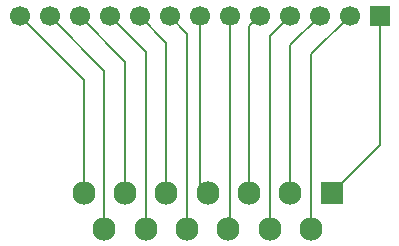
<source format=gbr>
%TF.GenerationSoftware,KiCad,Pcbnew,9.0.7*%
%TF.CreationDate,2026-02-06T11:43:09-06:00*%
%TF.ProjectId,SIO_Breakout,53494f5f-4272-4656-916b-6f75742e6b69,rev?*%
%TF.SameCoordinates,Original*%
%TF.FileFunction,Copper,L1,Top*%
%TF.FilePolarity,Positive*%
%FSLAX46Y46*%
G04 Gerber Fmt 4.6, Leading zero omitted, Abs format (unit mm)*
G04 Created by KiCad (PCBNEW 9.0.7) date 2026-02-06 11:43:09*
%MOMM*%
%LPD*%
G01*
G04 APERTURE LIST*
%TA.AperFunction,ComponentPad*%
%ADD10R,1.962000X1.962000*%
%TD*%
%TA.AperFunction,ComponentPad*%
%ADD11C,1.962000*%
%TD*%
%TA.AperFunction,ComponentPad*%
%ADD12R,1.700000X1.700000*%
%TD*%
%TA.AperFunction,ComponentPad*%
%ADD13C,1.700000*%
%TD*%
%TA.AperFunction,Conductor*%
%ADD14C,0.200000*%
%TD*%
G04 APERTURE END LIST*
D10*
%TO.P,J1,1,Clock_Input*%
%TO.N,Net-(J1-Clock_Input)*%
X151500000Y-116000000D03*
D11*
%TO.P,J1,2,Clock_Output*%
%TO.N,Net-(J1-Clock_Output)*%
X149750000Y-119000000D03*
%TO.P,J1,3,Data_Input*%
%TO.N,Net-(J1-Data_Input)*%
X148000000Y-116000000D03*
%TO.P,J1,4,Ground*%
%TO.N,Net-(J2-Pin_4)*%
X146250000Y-119000000D03*
%TO.P,J1,5,Data_Output*%
%TO.N,Net-(J1-Data_Output)*%
X144500000Y-116000000D03*
%TO.P,J1,6,Ground*%
%TO.N,Net-(J2-Pin_6)*%
X142750000Y-119000000D03*
%TO.P,J1,7,Command*%
%TO.N,Net-(J1-Command)*%
X141000000Y-116000000D03*
%TO.P,J1,8,Motor_Control*%
%TO.N,Net-(J1-Motor_Control)*%
X139250000Y-119000000D03*
%TO.P,J1,9,Proceed*%
%TO.N,Net-(J1-Proceed)*%
X137500000Y-116000000D03*
%TO.P,J1,10,+5V/Ready*%
%TO.N,Net-(J1-+5V{slash}Ready)*%
X135750000Y-119000000D03*
%TO.P,J1,11,Audio_Input*%
%TO.N,Net-(J1-Audio_Input)*%
X134000000Y-116000000D03*
%TO.P,J1,12,+12V*%
%TO.N,Net-(J1-+12V)*%
X132250000Y-119000000D03*
%TO.P,J1,13,Interrupt*%
%TO.N,Net-(J1-Interrupt)*%
X130500000Y-116000000D03*
%TD*%
D12*
%TO.P,J2,1,Pin_1*%
%TO.N,Net-(J1-Clock_Input)*%
X155540000Y-101000000D03*
D13*
%TO.P,J2,2,Pin_2*%
%TO.N,Net-(J1-Clock_Output)*%
X153000000Y-101000000D03*
%TO.P,J2,3,Pin_3*%
%TO.N,Net-(J1-Data_Input)*%
X150460000Y-101000000D03*
%TO.P,J2,4,Pin_4*%
%TO.N,Net-(J2-Pin_4)*%
X147920000Y-101000000D03*
%TO.P,J2,5,Pin_5*%
%TO.N,Net-(J1-Data_Output)*%
X145380000Y-101000000D03*
%TO.P,J2,6,Pin_6*%
%TO.N,Net-(J2-Pin_6)*%
X142840000Y-101000000D03*
%TO.P,J2,7,Pin_7*%
%TO.N,Net-(J1-Command)*%
X140300000Y-101000000D03*
%TO.P,J2,8,Pin_8*%
%TO.N,Net-(J1-Motor_Control)*%
X137760000Y-101000000D03*
%TO.P,J2,9,Pin_9*%
%TO.N,Net-(J1-Proceed)*%
X135220000Y-101000000D03*
%TO.P,J2,10,Pin_10*%
%TO.N,Net-(J1-+5V{slash}Ready)*%
X132680000Y-101000000D03*
%TO.P,J2,11,Pin_11*%
%TO.N,Net-(J1-Audio_Input)*%
X130140000Y-101000000D03*
%TO.P,J2,12,Pin_12*%
%TO.N,Net-(J1-+12V)*%
X127600000Y-101000000D03*
%TO.P,J2,13,Pin_13*%
%TO.N,Net-(J1-Interrupt)*%
X125060000Y-101000000D03*
%TD*%
D14*
%TO.N,Net-(J1-+12V)*%
X132250000Y-105650000D02*
X132250000Y-119000000D01*
X127600000Y-101000000D02*
X132250000Y-105650000D01*
%TO.N,Net-(J1-Clock_Input)*%
X155540000Y-111960000D02*
X151500000Y-116000000D01*
X155540000Y-101000000D02*
X155540000Y-111960000D01*
%TO.N,Net-(J1-Motor_Control)*%
X139250000Y-102490000D02*
X139250000Y-119000000D01*
X137760000Y-101000000D02*
X139250000Y-102490000D01*
%TO.N,Net-(J1-+5V{slash}Ready)*%
X135750000Y-104070000D02*
X135750000Y-119000000D01*
X132680000Y-101000000D02*
X135750000Y-104070000D01*
%TO.N,Net-(J2-Pin_4)*%
X146250000Y-102670000D02*
X146250000Y-119000000D01*
X147920000Y-101000000D02*
X146250000Y-102670000D01*
%TO.N,Net-(J1-Proceed)*%
X137500000Y-103280000D02*
X137500000Y-116000000D01*
X135220000Y-101000000D02*
X137500000Y-103280000D01*
%TO.N,Net-(J1-Data_Output)*%
X145380000Y-101000000D02*
X144500000Y-101880000D01*
X144500000Y-101880000D02*
X144500000Y-116000000D01*
%TO.N,Net-(J2-Pin_6)*%
X142840000Y-118910000D02*
X142750000Y-119000000D01*
X142840000Y-101000000D02*
X142840000Y-118910000D01*
%TO.N,Net-(J1-Data_Input)*%
X148000000Y-103460000D02*
X148000000Y-116000000D01*
X150460000Y-101000000D02*
X148000000Y-103460000D01*
%TO.N,Net-(J1-Command)*%
X140300000Y-115300000D02*
X141000000Y-116000000D01*
X140300000Y-101000000D02*
X140300000Y-115300000D01*
%TO.N,Net-(J1-Clock_Output)*%
X153000000Y-101000000D02*
X149750000Y-104250000D01*
X149750000Y-104250000D02*
X149750000Y-119000000D01*
%TO.N,Net-(J1-Interrupt)*%
X130500000Y-106440000D02*
X130500000Y-116000000D01*
X125060000Y-101000000D02*
X130500000Y-106440000D01*
%TO.N,Net-(J1-Audio_Input)*%
X130140000Y-101000000D02*
X134000000Y-104860000D01*
X134000000Y-104860000D02*
X134000000Y-116000000D01*
%TD*%
M02*

</source>
